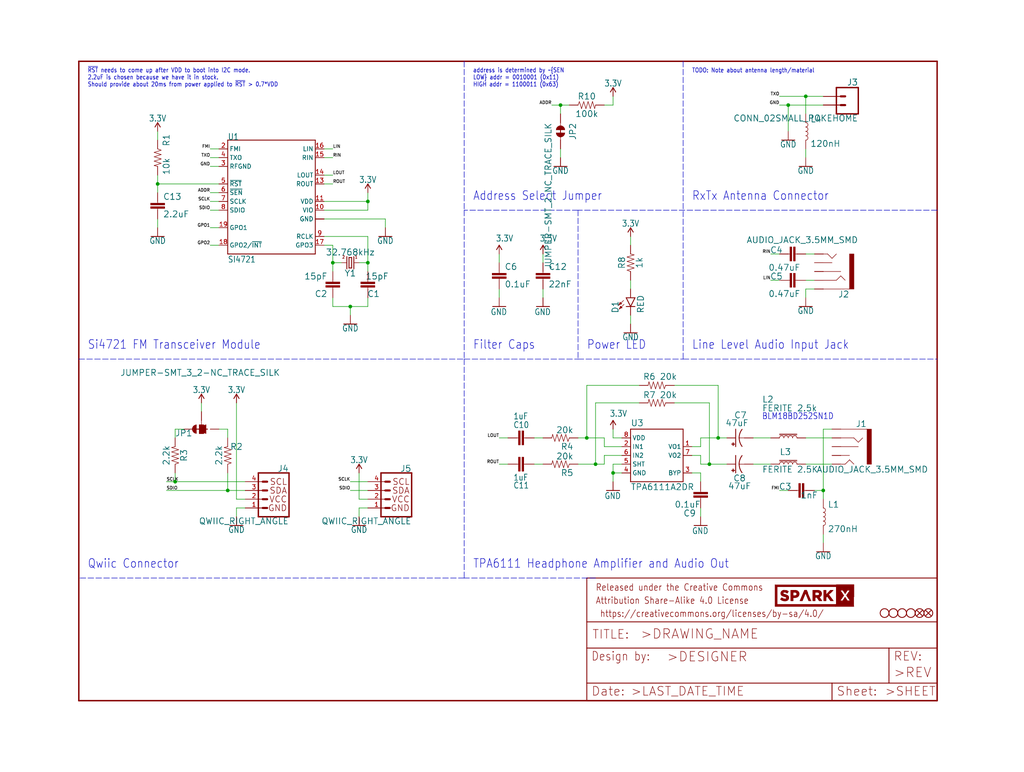
<source format=kicad_sch>
(kicad_sch (version 20211123) (generator eeschema)
  (paper "User" 297.002 223.926)
  (lib_symbols
    (symbol "eagleSchem-eagle-import:0.1UF-0603-25V-(+80{slash}-20%)"
      (property "Reference" "C" (at 1.524 2.921 0))
      (property "Value" "0.1UF-0603-25V-(+80{slash}-20%)" (at 1.524 -2.159 0))
      (symbol "0.1UF-0603-25V-(+80{slash}-20%)_1_0"
        (pin passive line (at 0 5.08 270) (length 2.54) (name "1") (number "1"))
        (pin passive line (at 0 -2.54 90) (length 2.54) (name "2") (number "2"))
      )
    )
    (symbol "eagleSchem-eagle-import:1.0NF{slash}1000PF-0603-50V-10%"
      (property "Reference" "C" (at 1.524 2.921 0))
      (property "Value" "1.0NF{slash}1000PF-0603-50V-10%" (at 1.524 -2.159 0))
      (symbol "1.0NF{slash}1000PF-0603-50V-10%_1_0"
        (pin passive line (at 0 5.08 270) (length 2.54) (name "1") (number "1"))
        (pin passive line (at 0 -2.54 90) (length 2.54) (name "2") (number "2"))
      )
    )
    (symbol "eagleSchem-eagle-import:1.0UF-16V-10%(0603)"
      (property "Reference" "C" (at 1.524 2.921 0))
      (property "Value" "1.0UF-16V-10%(0603)" (at 1.524 -2.159 0))
      (symbol "1.0UF-16V-10%(0603)_1_0"
        (pin passive line (at 0 5.08 270) (length 2.54) (name "1") (number "1"))
        (pin passive line (at 0 -2.54 90) (length 2.54) (name "2") (number "2"))
      )
    )
    (symbol "eagleSchem-eagle-import:100KOHM-0603-1{slash}10W-1%"
      (property "Reference" "R" (at 0 1.524 0))
      (property "Value" "100KOHM-0603-1{slash}10W-1%" (at 0 -1.524 0))
      (symbol "100KOHM-0603-1{slash}10W-1%_1_0"
        (pin passive line (at -5.08 0 0) (length 2.54) (name "1") (number "1"))
        (pin passive line (at 5.08 0 180) (length 2.54) (name "2") (number "2"))
      )
    )
    (symbol "eagleSchem-eagle-import:10KOHM-0603-1{slash}10W-1%"
      (property "Reference" "R" (at 0 1.524 0))
      (property "Value" "10KOHM-0603-1{slash}10W-1%" (at 0 -1.524 0))
      (symbol "10KOHM-0603-1{slash}10W-1%_1_0"
        (pin passive line (at -5.08 0 0) (length 2.54) (name "1") (number "1"))
        (pin passive line (at 5.08 0 180) (length 2.54) (name "2") (number "2"))
      )
    )
    (symbol "eagleSchem-eagle-import:15PF-0603-50V-5%"
      (property "Reference" "C" (at 1.524 2.921 0))
      (property "Value" "15PF-0603-50V-5%" (at 1.524 -2.159 0))
      (symbol "15PF-0603-50V-5%_1_0"
        (pin passive line (at 0 5.08 270) (length 2.54) (name "1") (number "1"))
        (pin passive line (at 0 -2.54 90) (length 2.54) (name "2") (number "2"))
      )
    )
    (symbol "eagleSchem-eagle-import:1KOHM-0603-1{slash}10W-1%"
      (property "Reference" "R" (at 0 1.524 0))
      (property "Value" "1KOHM-0603-1{slash}10W-1%" (at 0 -1.524 0))
      (symbol "1KOHM-0603-1{slash}10W-1%_1_0"
        (pin passive line (at -5.08 0 0) (length 2.54) (name "1") (number "1"))
        (pin passive line (at 5.08 0 180) (length 2.54) (name "2") (number "2"))
      )
    )
    (symbol "eagleSchem-eagle-import:2.2KOHM-0603-1{slash}10W-1%"
      (property "Reference" "R" (at 0 1.524 0))
      (property "Value" "2.2KOHM-0603-1{slash}10W-1%" (at 0 -1.524 0))
      (symbol "2.2KOHM-0603-1{slash}10W-1%_1_0"
        (pin passive line (at -5.08 0 0) (length 2.54) (name "1") (number "1"))
        (pin passive line (at 5.08 0 180) (length 2.54) (name "2") (number "2"))
      )
    )
    (symbol "eagleSchem-eagle-import:2.2UF-0603-10V-20%"
      (property "Reference" "C" (at 1.524 2.921 0))
      (property "Value" "2.2UF-0603-10V-20%" (at 1.524 -2.159 0))
      (symbol "2.2UF-0603-10V-20%_1_0"
        (pin passive line (at 0 5.08 270) (length 2.54) (name "1") (number "1"))
        (pin passive line (at 0 -2.54 90) (length 2.54) (name "2") (number "2"))
      )
    )
    (symbol "eagleSchem-eagle-import:20KOHM-0603-1{slash}10W-5%"
      (property "Reference" "R" (at 0 1.524 0))
      (property "Value" "20KOHM-0603-1{slash}10W-5%" (at 0 -1.524 0))
      (symbol "20KOHM-0603-1{slash}10W-5%_1_0"
        (pin passive line (at -5.08 0 0) (length 2.54) (name "1") (number "1"))
        (pin passive line (at 5.08 0 180) (length 2.54) (name "2") (number "2"))
      )
    )
    (symbol "eagleSchem-eagle-import:22NF{slash}22,000PF-0603-50V-10%"
      (property "Reference" "C" (at 1.524 2.921 0))
      (property "Value" "22NF{slash}22,000PF-0603-50V-10%" (at 1.524 -2.159 0))
      (symbol "22NF{slash}22,000PF-0603-50V-10%_1_0"
        (pin passive line (at 0 5.08 270) (length 2.54) (name "1") (number "1"))
        (pin passive line (at 0 -2.54 90) (length 2.54) (name "2") (number "2"))
      )
    )
    (symbol "eagleSchem-eagle-import:3.3V" (power)
      (property "Value" "3.3V" (at 0 2.794 0))
      (symbol "3.3V_1_0"
        (pin power_in line (at 0 0 90) (length 2.54) (name "3.3V") (number "1"))
      )
    )
    (symbol "eagleSchem-eagle-import:47UF-POLAR-EIA3528-10V-10%"
      (property "Reference" "C" (at 1.016 0.635 0))
      (property "Value" "47UF-POLAR-EIA3528-10V-10%" (at 1.016 -4.191 0))
      (symbol "47UF-POLAR-EIA3528-10V-10%_1_0"
        (pin passive line (at 0 2.54 270) (length 2.54) (name "+") (number "A"))
        (pin passive line (at 0 -5.08 90) (length 2.54) (name "-") (number "C"))
      )
    )
    (symbol "eagleSchem-eagle-import:AUDIO_JACK_3.5MM_SMD"
      (property "Reference" "J" (at -5.08 5.588 0))
      (property "Value" "AUDIO_JACK_3.5MM_SMD" (at -5.08 -7.62 0))
      (symbol "AUDIO_JACK_3.5MM_SMD_1_0"
        (pin bidirectional line (at 5.08 2.54 180) (length 2.54) (name "RING") (number "RING"))
        (pin bidirectional line (at 5.08 0 180) (length 2.54) (name "RSH") (number "RSH"))
        (pin bidirectional line (at 5.08 5.08 180) (length 2.54) (name "SLEEVE") (number "SLEEVE"))
        (pin bidirectional line (at 5.08 -5.08 180) (length 2.54) (name "TIP") (number "TIP"))
        (pin bidirectional line (at 5.08 -2.54 180) (length 2.54) (name "TSH") (number "TSH"))
      )
    )
    (symbol "eagleSchem-eagle-import:CAP-0603"
      (property "Reference" "C" (at 1.524 2.921 0))
      (property "Value" "CAP-0603" (at 1.524 -2.159 0))
      (symbol "CAP-0603_1_0"
        (pin passive line (at 0 5.08 270) (length 2.54) (name "1") (number "1"))
        (pin passive line (at 0 -2.54 90) (length 2.54) (name "2") (number "2"))
      )
    )
    (symbol "eagleSchem-eagle-import:CONN_02SMALL_POKEHOME"
      (property "Reference" "J" (at -2.54 5.588 0))
      (property "Value" "CONN_02SMALL_POKEHOME" (at -2.54 -4.826 0))
      (symbol "CONN_02SMALL_POKEHOME_1_0"
        (pin passive line (at 7.62 0 180) (length 5.08) (name "1") (number "P1"))
        (pin passive line (at 7.62 2.54 180) (length 5.08) (name "2") (number "P2"))
        (pin passive line (at 7.62 0 180) (length 5.08) (name "1") (number "P3"))
        (pin passive line (at 7.62 2.54 180) (length 5.08) (name "2") (number "P4"))
      )
    )
    (symbol "eagleSchem-eagle-import:CRYSTAL-32.768KHZSMD-3.2X1.5"
      (property "Reference" "Y" (at 0 2.032 0))
      (property "Value" "CRYSTAL-32.768KHZSMD-3.2X1.5" (at 0 -2.032 0))
      (symbol "CRYSTAL-32.768KHZSMD-3.2X1.5_1_0"
        (text "1" (at -2.159 -1.143 0) (effects (font (size 0.8636 0.734)) (justify left bottom)))
        (text "2" (at 1.524 -1.143 0) (effects (font (size 0.8636 0.734)) (justify left bottom)))
        (pin passive line (at -2.54 0 0) (length 0) (name "1") (number "P$1"))
        (pin passive line (at 2.54 0 180) (length 0) (name "2") (number "P$2"))
      )
    )
    (symbol "eagleSchem-eagle-import:FERRITE_BEAD-0603"
      (property "Reference" "FB" (at 1.27 2.54 0))
      (property "Value" "FERRITE_BEAD-0603" (at 1.27 -2.54 0))
      (symbol "FERRITE_BEAD-0603_1_0"
        (pin passive line (at 0 5.08 270) (length 2.54) (name "1") (number "1"))
        (pin passive line (at 0 -5.08 90) (length 2.54) (name "2") (number "2"))
      )
    )
    (symbol "eagleSchem-eagle-import:FIDUCIAL0.2MM")
    (symbol "eagleSchem-eagle-import:FRAME-LETTER"
      (symbol "FRAME-LETTER_2_0"
        (text " https://creativecommons.org/licenses/by-sa/4.0/" (at 2.54 24.13 0) (effects (font (size 1.9304 1.6408)) (justify left bottom)))
        (text ">DESIGNER" (at 23.114 11.176 0) (effects (font (size 2.7432 2.7432)) (justify left bottom)))
        (text ">DRAWING_NAME" (at 15.494 17.78 0) (effects (font (size 2.7432 2.7432)) (justify left bottom)))
        (text ">LAST_DATE_TIME" (at 12.7 1.27 0) (effects (font (size 2.54 2.54)) (justify left bottom)))
        (text ">REV" (at 88.9 6.604 0) (effects (font (size 2.7432 2.7432)) (justify left bottom)))
        (text ">SHEET" (at 86.36 1.27 0) (effects (font (size 2.54 2.54)) (justify left bottom)))
        (text "Attribution Share-Alike 4.0 License" (at 2.54 27.94 0) (effects (font (size 1.9304 1.6408)) (justify left bottom)))
        (text "Date:" (at 1.27 1.27 0) (effects (font (size 2.54 2.54)) (justify left bottom)))
        (text "Design by:" (at 1.27 11.43 0) (effects (font (size 2.54 2.159)) (justify left bottom)))
        (text "Released under the Creative Commons" (at 2.54 31.75 0) (effects (font (size 1.9304 1.6408)) (justify left bottom)))
        (text "REV:" (at 88.9 11.43 0) (effects (font (size 2.54 2.54)) (justify left bottom)))
        (text "Sheet:" (at 72.39 1.27 0) (effects (font (size 2.54 2.54)) (justify left bottom)))
        (text "TITLE:" (at 1.524 17.78 0) (effects (font (size 2.54 2.54)) (justify left bottom)))
      )
    )
    (symbol "eagleSchem-eagle-import:GND" (power)
      (property "Value" "GND" (at 0 -0.254 0))
      (symbol "GND_1_0"
        (pin power_in line (at 0 2.54 270) (length 2.54) (name "GND") (number "1"))
      )
    )
    (symbol "eagleSchem-eagle-import:INDUCTOR-0603-15NH"
      (property "Reference" "L" (at 1.27 2.54 0))
      (property "Value" "INDUCTOR-0603-15NH" (at 1.27 -2.54 0))
      (symbol "INDUCTOR-0603-15NH_1_0"
        (pin passive line (at 0 5.08 270) (length 2.54) (name "1") (number "1"))
        (pin passive line (at 0 -5.08 90) (length 2.54) (name "2") (number "2"))
      )
    )
    (symbol "eagleSchem-eagle-import:JUMPER-SMT_2_NC_TRACE_SILK"
      (property "Reference" "JP" (at -2.54 2.54 0))
      (property "Value" "JUMPER-SMT_2_NC_TRACE_SILK" (at -2.54 -2.54 0))
      (symbol "JUMPER-SMT_2_NC_TRACE_SILK_1_0"
        (pin passive line (at -5.08 0 0) (length 2.54) (name "1") (number "1"))
        (pin passive line (at 5.08 0 180) (length 2.54) (name "2") (number "2"))
      )
    )
    (symbol "eagleSchem-eagle-import:JUMPER-SMT_3_2-NC_TRACE_SILK"
      (property "Reference" "JP" (at 2.54 0.381 0))
      (property "Value" "JUMPER-SMT_3_2-NC_TRACE_SILK" (at 2.54 -0.381 0))
      (symbol "JUMPER-SMT_3_2-NC_TRACE_SILK_1_0"
        (pin passive line (at 0 5.08 270) (length 2.54) (name "1") (number "1"))
        (pin passive line (at -5.08 0 0) (length 2.54) (name "2") (number "2"))
        (pin passive line (at 0 -5.08 90) (length 2.54) (name "3") (number "3"))
      )
    )
    (symbol "eagleSchem-eagle-import:LED-RED0603"
      (property "Reference" "D" (at -3.429 -4.572 90))
      (property "Value" "LED-RED0603" (at 1.905 -4.572 90))
      (symbol "LED-RED0603_1_0"
        (pin passive line (at 0 2.54 270) (length 2.54) (name "A") (number "A"))
        (pin passive line (at 0 -5.08 90) (length 2.54) (name "C") (number "C"))
      )
    )
    (symbol "eagleSchem-eagle-import:QWIIC_CONNECTORJS-1MM"
      (property "Reference" "J" (at -5.08 7.874 0))
      (property "Value" "QWIIC_CONNECTORJS-1MM" (at -5.08 -5.334 0))
      (symbol "QWIIC_CONNECTORJS-1MM_1_0"
        (text "GND" (at -4.572 -2.54 0) (effects (font (size 1.778 1.778)) (justify left)))
        (text "SCL" (at -4.572 5.08 0) (effects (font (size 1.778 1.778)) (justify left)))
        (text "SDA" (at -4.572 2.54 0) (effects (font (size 1.778 1.778)) (justify left)))
        (text "VCC" (at -4.572 0 0) (effects (font (size 1.778 1.778)) (justify left)))
        (pin power_in line (at 7.62 -2.54 180) (length 5.08) (name "1") (number "1"))
        (pin power_in line (at 7.62 0 180) (length 5.08) (name "2") (number "2"))
        (pin passive line (at 7.62 2.54 180) (length 5.08) (name "3") (number "3"))
        (pin passive line (at 7.62 5.08 180) (length 5.08) (name "4") (number "4"))
      )
    )
    (symbol "eagleSchem-eagle-import:SI4721"
      (property "Value" "SI4721" (at -12.7 -20.32 0))
      (symbol "SI4721_1_0"
        (pin power_in line (at 15.24 -5.08 180) (length 2.54) (name "VIO") (number "10"))
        (pin power_in line (at 15.24 -2.54 180) (length 2.54) (name "VDD") (number "11"))
        (pin power_in line (at 15.24 -7.62 180) (length 2.54) (name "GND") (number "12"))
        (pin output line (at 15.24 2.54 180) (length 2.54) (name "ROUT") (number "13"))
        (pin output line (at 15.24 5.08 180) (length 2.54) (name "LOUT") (number "14"))
        (pin input line (at 15.24 10.16 180) (length 2.54) (name "RIN") (number "15"))
        (pin input line (at 15.24 12.7 180) (length 2.54) (name "LIN") (number "16"))
        (pin output line (at 15.24 -15.24 180) (length 2.54) (name "GPO3") (number "17"))
        (pin output line (at -15.24 -15.24 0) (length 2.54) (name "GPO2/~{INT}") (number "18"))
        (pin output line (at -15.24 -10.16 0) (length 2.54) (name "GPO1") (number "19"))
        (pin input line (at -15.24 12.7 0) (length 2.54) (name "FMI") (number "2"))
        (pin power_in line (at 15.24 -7.62 180) (length 2.54) (name "GND") (number "21"))
        (pin power_in line (at -15.24 7.62 0) (length 2.54) (name "RFGND") (number "3"))
        (pin bidirectional line (at -15.24 10.16 0) (length 2.54) (name "TXO") (number "4"))
        (pin input line (at -15.24 2.54 0) (length 2.54) (name "~{RST}") (number "5"))
        (pin input line (at -15.24 0 0) (length 2.54) (name "~{SEN}") (number "6"))
        (pin input line (at -15.24 -2.54 0) (length 2.54) (name "SCLK") (number "7"))
        (pin bidirectional line (at -15.24 -5.08 0) (length 2.54) (name "SDIO") (number "8"))
        (pin input line (at 15.24 -12.7 180) (length 2.54) (name "RCLK") (number "9"))
      )
    )
    (symbol "eagleSchem-eagle-import:SPARKX-LOGO4")
    (symbol "eagleSchem-eagle-import:STAND-OFF")
    (symbol "eagleSchem-eagle-import:TPA6111SMD-T"
      (property "Reference" "U" (at -7.62 5.842 0))
      (property "Value" "TPA6111SMD-T" (at -7.62 -12.7 0))
      (symbol "TPA6111SMD-T_1_0"
        (pin bidirectional line (at 10.16 0 180) (length 2.54) (name "VO1") (number "1"))
        (pin bidirectional line (at -10.16 0 0) (length 2.54) (name "IN1") (number "2"))
        (pin bidirectional line (at 10.16 -7.62 180) (length 2.54) (name "BYP") (number "3"))
        (pin bidirectional line (at -10.16 -7.62 0) (length 2.54) (name "GND") (number "4"))
        (pin bidirectional line (at -10.16 -5.08 0) (length 2.54) (name "SHT") (number "5"))
        (pin bidirectional line (at -10.16 -2.54 0) (length 2.54) (name "IN2") (number "6"))
        (pin bidirectional line (at 10.16 -2.54 180) (length 2.54) (name "VO2") (number "7"))
        (pin bidirectional line (at -10.16 2.54 0) (length 2.54) (name "VDD") (number "8"))
      )
    )
  )
  (junction (at 228.6 30.48))
  (junction (at 177.8 137.16))
  (junction (at 66.04 142.24))
  (junction (at 50.8 139.7))
  (junction (at 233.68 27.94))
  (junction (at 106.68 76.2))
  (junction (at 170.18 127))
  (junction (at 162.56 30.48))
  (junction (at 172.72 134.62))
  (junction (at 238.76 142.24))
  (junction (at 106.68 58.42))
  (junction (at 96.52 76.2))
  (junction (at 208.28 127))
  (junction (at 205.74 134.62))
  (junction (at 101.6 88.9))
  (junction (at 45.72 53.34))
  (wire (pts (xy 50.8 124.46) (xy 50.8 127)))
  (wire (pts (xy 106.68 142.24) (xy 101.6 142.24)))
  (wire (pts (xy 93.98 53.34) (xy 96.52 53.34)))
  (wire (pts (xy 154.94 134.62) (xy 157.48 134.62)))
  (wire (pts (xy 68.58 147.32) (xy 68.58 149.86)))
  (wire (pts (xy 203.2 127) (xy 208.28 127)))
  (wire (pts (xy 228.6 30.48) (xy 238.76 30.48)))
  (wire (pts (xy 172.72 116.84) (xy 172.72 134.62)))
  (wire (pts (xy 96.52 88.9) (xy 101.6 88.9)))
  (wire (pts (xy 203.2 134.62) (xy 205.74 134.62)))
  (wire (pts (xy 63.5 43.18) (xy 60.96 43.18)))
  (polyline (pts (xy 198.12 104.14) (xy 271.78 104.14)))
  (wire (pts (xy 175.26 132.08) (xy 175.26 134.62)))
  (polyline (pts (xy 198.12 17.78) (xy 198.12 104.14)))
  (wire (pts (xy 99.06 76.2) (xy 96.52 76.2)))
  (wire (pts (xy 195.58 111.76) (xy 208.28 111.76)))
  (wire (pts (xy 93.98 63.5) (xy 111.76 63.5)))
  (wire (pts (xy 233.68 127) (xy 241.3 127)))
  (wire (pts (xy 177.8 30.48) (xy 177.8 27.94)))
  (wire (pts (xy 236.22 81.28) (xy 233.68 81.28)))
  (wire (pts (xy 101.6 88.9) (xy 106.68 88.9)))
  (wire (pts (xy 236.22 142.24) (xy 238.76 142.24)))
  (wire (pts (xy 238.76 124.46) (xy 238.76 142.24)))
  (wire (pts (xy 175.26 134.62) (xy 172.72 134.62)))
  (wire (pts (xy 228.6 142.24) (xy 226.06 142.24)))
  (polyline (pts (xy 134.62 17.78) (xy 134.62 60.96)))
  (wire (pts (xy 205.74 116.84) (xy 205.74 134.62)))
  (wire (pts (xy 106.68 58.42) (xy 106.68 55.88)))
  (wire (pts (xy 50.8 137.16) (xy 50.8 139.7)))
  (wire (pts (xy 180.34 132.08) (xy 175.26 132.08)))
  (wire (pts (xy 233.68 27.94) (xy 226.06 27.94)))
  (wire (pts (xy 177.8 134.62) (xy 177.8 137.16)))
  (wire (pts (xy 96.52 86.36) (xy 96.52 88.9)))
  (wire (pts (xy 66.04 137.16) (xy 66.04 142.24)))
  (wire (pts (xy 218.44 134.62) (xy 223.52 134.62)))
  (polyline (pts (xy 167.64 60.96) (xy 134.62 60.96)))
  (wire (pts (xy 200.66 129.54) (xy 203.2 129.54)))
  (wire (pts (xy 233.68 27.94) (xy 233.68 33.02)))
  (wire (pts (xy 144.78 86.36) (xy 144.78 83.82)))
  (wire (pts (xy 175.26 30.48) (xy 177.8 30.48)))
  (wire (pts (xy 236.22 83.82) (xy 233.68 83.82)))
  (wire (pts (xy 66.04 127) (xy 66.04 124.46)))
  (wire (pts (xy 144.78 134.62) (xy 147.32 134.62)))
  (wire (pts (xy 226.06 73.66) (xy 223.52 73.66)))
  (wire (pts (xy 233.68 27.94) (xy 238.76 27.94)))
  (wire (pts (xy 63.5 58.42) (xy 60.96 58.42)))
  (wire (pts (xy 104.14 76.2) (xy 106.68 76.2)))
  (wire (pts (xy 63.5 48.26) (xy 60.96 48.26)))
  (wire (pts (xy 241.3 124.46) (xy 238.76 124.46)))
  (wire (pts (xy 228.6 38.1) (xy 228.6 30.48)))
  (wire (pts (xy 63.5 60.96) (xy 60.96 60.96)))
  (wire (pts (xy 238.76 142.24) (xy 238.76 144.78)))
  (wire (pts (xy 68.58 144.78) (xy 68.58 116.84)))
  (wire (pts (xy 182.88 83.82) (xy 182.88 81.28)))
  (wire (pts (xy 106.68 144.78) (xy 104.14 144.78)))
  (wire (pts (xy 106.68 60.96) (xy 106.68 58.42)))
  (wire (pts (xy 208.28 111.76) (xy 208.28 127)))
  (wire (pts (xy 66.04 142.24) (xy 48.26 142.24)))
  (wire (pts (xy 205.74 134.62) (xy 210.82 134.62)))
  (wire (pts (xy 175.26 129.54) (xy 175.26 127)))
  (wire (pts (xy 200.66 132.08) (xy 203.2 132.08)))
  (wire (pts (xy 185.42 111.76) (xy 170.18 111.76)))
  (wire (pts (xy 93.98 50.8) (xy 96.52 50.8)))
  (wire (pts (xy 106.68 76.2) (xy 106.68 78.74)))
  (wire (pts (xy 63.5 55.88) (xy 60.96 55.88)))
  (wire (pts (xy 223.52 127) (xy 218.44 127)))
  (wire (pts (xy 172.72 134.62) (xy 167.64 134.62)))
  (wire (pts (xy 71.12 144.78) (xy 68.58 144.78)))
  (wire (pts (xy 96.52 71.12) (xy 96.52 76.2)))
  (wire (pts (xy 203.2 132.08) (xy 203.2 134.62)))
  (wire (pts (xy 157.48 73.66) (xy 157.48 76.2)))
  (wire (pts (xy 66.04 124.46) (xy 63.5 124.46)))
  (wire (pts (xy 185.42 116.84) (xy 172.72 116.84)))
  (wire (pts (xy 195.58 116.84) (xy 205.74 116.84)))
  (wire (pts (xy 53.34 124.46) (xy 50.8 124.46)))
  (wire (pts (xy 111.76 63.5) (xy 111.76 66.04)))
  (wire (pts (xy 63.5 66.04) (xy 60.96 66.04)))
  (wire (pts (xy 208.28 127) (xy 210.82 127)))
  (wire (pts (xy 180.34 134.62) (xy 177.8 134.62)))
  (wire (pts (xy 63.5 45.72) (xy 60.96 45.72)))
  (wire (pts (xy 241.3 134.62) (xy 233.68 134.62)))
  (polyline (pts (xy 271.78 60.96) (xy 167.64 60.96)))
  (wire (pts (xy 101.6 91.44) (xy 101.6 88.9)))
  (wire (pts (xy 106.68 147.32) (xy 104.14 147.32)))
  (wire (pts (xy 162.56 30.48) (xy 160.02 30.48)))
  (wire (pts (xy 93.98 43.18) (xy 96.52 43.18)))
  (wire (pts (xy 104.14 147.32) (xy 104.14 149.86)))
  (wire (pts (xy 50.8 139.7) (xy 48.26 139.7)))
  (wire (pts (xy 180.34 129.54) (xy 175.26 129.54)))
  (wire (pts (xy 203.2 129.54) (xy 203.2 127)))
  (wire (pts (xy 106.68 88.9) (xy 106.68 86.36)))
  (wire (pts (xy 71.12 142.24) (xy 66.04 142.24)))
  (wire (pts (xy 203.2 149.86) (xy 203.2 147.32)))
  (wire (pts (xy 236.22 73.66) (xy 233.68 73.66)))
  (wire (pts (xy 180.34 137.16) (xy 177.8 137.16)))
  (wire (pts (xy 162.56 30.48) (xy 165.1 30.48)))
  (wire (pts (xy 93.98 71.12) (xy 96.52 71.12)))
  (wire (pts (xy 106.68 139.7) (xy 101.6 139.7)))
  (wire (pts (xy 170.18 111.76) (xy 170.18 127)))
  (polyline (pts (xy 134.62 60.96) (xy 134.62 104.14)))
  (wire (pts (xy 45.72 63.5) (xy 45.72 66.04)))
  (wire (pts (xy 177.8 137.16) (xy 177.8 139.7)))
  (wire (pts (xy 233.68 83.82) (xy 233.68 86.36)))
  (wire (pts (xy 144.78 73.66) (xy 144.78 76.2)))
  (wire (pts (xy 45.72 50.8) (xy 45.72 53.34)))
  (wire (pts (xy 182.88 91.44) (xy 182.88 93.98)))
  (wire (pts (xy 93.98 68.58) (xy 106.68 68.58)))
  (wire (pts (xy 104.14 144.78) (xy 104.14 137.16)))
  (polyline (pts (xy 134.62 104.14) (xy 167.64 104.14)))
  (wire (pts (xy 162.56 33.02) (xy 162.56 30.48)))
  (wire (pts (xy 157.48 86.36) (xy 157.48 83.82)))
  (wire (pts (xy 238.76 154.94) (xy 238.76 157.48)))
  (wire (pts (xy 58.42 119.38) (xy 58.42 116.84)))
  (polyline (pts (xy 134.62 167.64) (xy 22.86 167.64)))
  (wire (pts (xy 45.72 53.34) (xy 63.5 53.34)))
  (wire (pts (xy 45.72 53.34) (xy 45.72 55.88)))
  (wire (pts (xy 233.68 43.18) (xy 233.68 45.72)))
  (polyline (pts (xy 134.62 104.14) (xy 134.62 167.64)))
  (wire (pts (xy 162.56 45.72) (xy 162.56 43.18)))
  (wire (pts (xy 93.98 45.72) (xy 96.52 45.72)))
  (wire (pts (xy 93.98 58.42) (xy 106.68 58.42)))
  (wire (pts (xy 177.8 127) (xy 177.8 124.46)))
  (wire (pts (xy 63.5 71.12) (xy 60.96 71.12)))
  (wire (pts (xy 200.66 137.16) (xy 203.2 137.16)))
  (polyline (pts (xy 22.86 104.14) (xy 134.62 104.14)))
  (wire (pts (xy 71.12 147.32) (xy 68.58 147.32)))
  (wire (pts (xy 45.72 40.64) (xy 45.72 38.1)))
  (wire (pts (xy 170.18 127) (xy 167.64 127)))
  (wire (pts (xy 154.94 127) (xy 157.48 127)))
  (wire (pts (xy 226.06 81.28) (xy 223.52 81.28)))
  (wire (pts (xy 96.52 76.2) (xy 96.52 78.74)))
  (wire (pts (xy 180.34 127) (xy 177.8 127)))
  (wire (pts (xy 93.98 60.96) (xy 106.68 60.96)))
  (wire (pts (xy 144.78 127) (xy 147.32 127)))
  (wire (pts (xy 71.12 139.7) (xy 50.8 139.7)))
  (polyline (pts (xy 172.72 167.64) (xy 134.62 167.64)))
  (wire (pts (xy 226.06 30.48) (xy 228.6 30.48)))
  (wire (pts (xy 203.2 137.16) (xy 203.2 139.7)))
  (wire (pts (xy 106.68 68.58) (xy 106.68 76.2)))
  (polyline (pts (xy 167.64 104.14) (xy 198.12 104.14)))
  (wire (pts (xy 175.26 127) (xy 170.18 127)))
  (polyline (pts (xy 167.64 60.96) (xy 167.64 104.14)))
  (wire (pts (xy 182.88 68.58) (xy 182.88 71.12)))
  (text "address is determined by ~{SEN\nLOW} addr = 0010001 (0x11)\nHIGH addr = 1100011 (0x63)" (at 137.16 25.4 0) (effects (font (size 1.27 1.0795)) (justify left bottom)))
  (text "Power LED" (at 170.18 101.6 180) (effects (font (size 2.54 2.159)) (justify left bottom)))
  (text "RxTx Antenna Connector" (at 200.66 58.42 180) (effects (font (size 2.54 2.159)) (justify left bottom)))
  (text "~{RST} needs to come up after VDD to boot into I2C mode.\n2.2uF is chosen because we have it in stock.\nShould provide about 20ms from power applied to ~{RST} > 0.7*VDD" (at 25.4 25.4 0) (effects (font (size 1.27 1.0795)) (justify left bottom)))
  (text "Line Level Audio Input Jack" (at 200.66 101.6 180) (effects (font (size 2.54 2.159)) (justify left bottom)))
  (text "Filter Caps" (at 137.16 101.6 180) (effects (font (size 2.54 2.159)) (justify left bottom)))
  (text "TODO: Note about antenna length/material" (at 200.66 21.336 180) (effects (font (size 1.27 1.0795)) (justify left bottom)))
  (text "Address Select Jumper" (at 137.16 58.42 180) (effects (font (size 2.54 2.159)) (justify left bottom)))
  (text "Si4721 FM Transceiver Module" (at 25.4 101.6 180) (effects (font (size 2.54 2.159)) (justify left bottom)))
  (text "BLM18BD252SN1D" (at 220.98 121.92 180) (effects (font (size 1.778 1.5113)) (justify left bottom)))
  (text "TPA6111 Headphone Amplifier and Audio Out" (at 137.16 165.1 180) (effects (font (size 2.54 2.159)) (justify left bottom)))
  (text "Qwiic Connector" (at 25.4 165.1 180) (effects (font (size 2.54 2.159)) (justify left bottom)))
  (label "RIN" (at 96.52 45.72 0) (effects (font (size 0.889 0.889))))
  (label "TXO" (at 226.06 27.94 180) (effects (font (size 0.889 0.889))))
  (label "LOUT" (at 144.78 127 180) (effects (font (size 0.889 0.889))))
  (label "GPO1" (at 60.96 66.04 180) (effects (font (size 0.889 0.889))))
  (label "TXO" (at 60.96 45.72 180) (effects (font (size 0.889 0.889))))
  (label "ROUT" (at 144.78 134.62 180) (effects (font (size 0.889 0.889))))
  (label "SCLK" (at 60.96 58.42 180) (effects (font (size 0.889 0.889))))
  (label "SDIO" (at 101.6 142.24 180) (effects (font (size 0.889 0.889))))
  (label "ROUT" (at 96.52 53.34 0) (effects (font (size 0.889 0.889))))
  (label "LIN" (at 96.52 43.18 0) (effects (font (size 0.889 0.889))))
  (label "GND" (at 60.96 48.26 180) (effects (font (size 0.889 0.889))))
  (label "GPO2" (at 60.96 71.12 180) (effects (font (size 0.889 0.889))))
  (label "GND" (at 226.06 30.48 180) (effects (font (size 0.889 0.889))))
  (label "LIN" (at 223.52 81.28 180) (effects (font (size 0.889 0.889))))
  (label "SDIO" (at 48.26 142.24 0) (effects (font (size 0.889 0.889))))
  (label "ADDR" (at 160.02 30.48 180) (effects (font (size 0.889 0.889))))
  (label "FMI" (at 60.96 43.18 180) (effects (font (size 0.889 0.889))))
  (label "SCLK" (at 48.26 139.7 0) (effects (font (size 0.889 0.889))))
  (label "ADDR" (at 60.96 55.88 180) (effects (font (size 0.889 0.889))))
  (label "FMI" (at 226.06 142.24 180) (effects (font (size 0.889 0.889))))
  (label "LOUT" (at 96.52 50.8 0) (effects (font (size 0.889 0.889))))
  (label "RIN" (at 223.52 73.66 180) (effects (font (size 0.889 0.889))))
  (label "SDIO" (at 60.96 60.96 180) (effects (font (size 0.889 0.889))))
  (label "SCLK" (at 101.6 139.7 180) (effects (font (size 0.889 0.889))))
  (symbol (lib_id "eagleSchem-eagle-import:20KOHM-0603-1{slash}10W-5%") (at 162.56 134.62 180) (unit 1)
    (property "Reference" "R5" (at 166.37 136.1186 0) (effects (font (size 1.778 1.778)) (justify left bottom)))
    (property "Value" "20k" (at 166.37 131.318 0) (effects (font (size 1.778 1.778)) (justify left bottom)))
    (property "Footprint" "eagleSchem:0603" (effects hide))
  )
  (symbol (lib_id "eagleSchem-eagle-import:AUDIO_JACK_3.5MM_SMD") (at 241.3 78.74 180) (unit 1)
    (property "Reference" "J2" (at 246.38 84.328 0) (effects (font (size 1.778 1.778)) (justify left bottom)))
    (property "Value" "AUDIO_JACK_3.5MM_SMD" (at 248.92 68.58 0) (effects (font (size 1.778 1.778)) (justify left bottom)))
    (property "Footprint" "eagleSchem:AUDIO-JACK-3.5MM-SMD" (effects hide))
  )
  (symbol (lib_id "eagleSchem-eagle-import:10KOHM-0603-1{slash}10W-1%") (at 45.72 45.72 270) (unit 1)
    (property "Reference" "R1" (at 47.244 40.64 0) (effects (font (size 1.778 1.778)) (justify bottom)))
    (property "Value" "10k" (at 49.276 48.26 0) (effects (font (size 1.778 1.778)) (justify top)))
    (property "Footprint" "eagleSchem:0603" (effects hide))
  )
  (symbol (lib_id "eagleSchem-eagle-import:3.3V") (at 45.72 38.1 0) (unit 1)
    (property "Reference" "#SUPPLY2" (effects hide))
    (property "Value" "3.3V" (at 45.72 35.306 0) (effects (font (size 1.778 1.5113)) (justify bottom)))
    (property "Footprint" "eagleSchem:" (effects hide))
  )
  (symbol (lib_id "eagleSchem-eagle-import:2.2KOHM-0603-1{slash}10W-1%") (at 66.04 132.08 270) (mirror x) (unit 1)
    (property "Reference" "R2" (at 68.58 130.556 90) (effects (font (size 1.778 1.778)) (justify top)))
    (property "Value" "2.2k" (at 64.516 132.08 0) (effects (font (size 1.778 1.778)) (justify top)))
    (property "Footprint" "eagleSchem:0603" (effects hide))
  )
  (symbol (lib_id "eagleSchem-eagle-import:2.2UF-0603-10V-20%") (at 45.72 60.96 0) (unit 1)
    (property "Reference" "C13" (at 47.244 58.039 0) (effects (font (size 1.778 1.778)) (justify left bottom)))
    (property "Value" "2.2uF" (at 47.244 63.119 0) (effects (font (size 1.778 1.778)) (justify left bottom)))
    (property "Footprint" "eagleSchem:0603" (effects hide))
  )
  (symbol (lib_id "eagleSchem-eagle-import:20KOHM-0603-1{slash}10W-5%") (at 190.5 111.76 180) (unit 1)
    (property "Reference" "R6" (at 186.436 110.236 0) (effects (font (size 1.778 1.778)) (justify right top)))
    (property "Value" "20k" (at 191.262 110.236 0) (effects (font (size 1.778 1.778)) (justify right top)))
    (property "Footprint" "eagleSchem:0603" (effects hide))
  )
  (symbol (lib_id "eagleSchem-eagle-import:3.3V") (at 177.8 27.94 0) (unit 1)
    (property "Reference" "#SUPPLY6" (effects hide))
    (property "Value" "3.3V" (at 177.8 25.146 0) (effects (font (size 1.778 1.5113)) (justify bottom)))
    (property "Footprint" "eagleSchem:" (effects hide))
  )
  (symbol (lib_id "eagleSchem-eagle-import:GND") (at 45.72 68.58 0) (unit 1)
    (property "Reference" "#GND15" (effects hide))
    (property "Value" "GND" (at 45.72 68.834 0) (effects (font (size 1.778 1.5113)) (justify top)))
    (property "Footprint" "eagleSchem:" (effects hide))
  )
  (symbol (lib_id "eagleSchem-eagle-import:1.0UF-16V-10%(0603)") (at 152.4 127 90) (unit 1)
    (property "Reference" "C10" (at 148.844 124.206 90) (effects (font (size 1.778 1.5113)) (justify right top)))
    (property "Value" "1uF" (at 148.844 121.666 90) (effects (font (size 1.778 1.5113)) (justify right top)))
    (property "Footprint" "eagleSchem:0603-CAP" (effects hide))
  )
  (symbol (lib_id "eagleSchem-eagle-import:1.0NF{slash}1000PF-0603-50V-10%") (at 233.68 142.24 90) (unit 1)
    (property "Reference" "C3" (at 229.616 140.081 90) (effects (font (size 1.778 1.778)) (justify left bottom)))
    (property "Value" "1nF" (at 237.236 142.621 90) (effects (font (size 1.778 1.778)) (justify left bottom)))
    (property "Footprint" "eagleSchem:0603" (effects hide))
  )
  (symbol (lib_id "eagleSchem-eagle-import:CONN_02SMALL_POKEHOME") (at 246.38 30.48 0) (mirror y) (unit 1)
    (property "Reference" "J3" (at 248.92 24.892 0) (effects (font (size 1.778 1.778)) (justify left bottom)))
    (property "Value" "CONN_02SMALL_POKEHOME" (at 248.92 35.306 0) (effects (font (size 1.778 1.778)) (justify left bottom)))
    (property "Footprint" "eagleSchem:1X02_POKEHOME" (effects hide))
  )
  (symbol (lib_id "eagleSchem-eagle-import:TPA6111SMD-T") (at 190.5 129.54 0) (unit 1)
    (property "Reference" "U3" (at 182.88 123.698 0) (effects (font (size 1.778 1.778)) (justify left bottom)))
    (property "Value" "TPA6111A2DR" (at 182.88 142.24 0) (effects (font (size 1.778 1.778)) (justify left bottom)))
    (property "Footprint" "eagleSchem:SO08" (effects hide))
  )
  (symbol (lib_id "eagleSchem-eagle-import:3.3V") (at 58.42 116.84 0) (mirror y) (unit 1)
    (property "Reference" "#SUPPLY4" (effects hide))
    (property "Value" "3.3V" (at 58.42 114.046 0) (effects (font (size 1.778 1.5113)) (justify bottom)))
    (property "Footprint" "eagleSchem:" (effects hide))
  )
  (symbol (lib_id "eagleSchem-eagle-import:3.3V") (at 144.78 73.66 0) (unit 1)
    (property "Reference" "#P+7" (effects hide))
    (property "Value" "3.3V" (at 143.764 70.104 0) (effects (font (size 1.778 1.5113)) (justify left bottom)))
    (property "Footprint" "eagleSchem:" (effects hide))
  )
  (symbol (lib_id "eagleSchem-eagle-import:FIDUCIAL0.2MM") (at 269.24 177.8 0) (unit 1)
    (property "Reference" "FD2" (effects hide))
    (property "Value" "FIDUCIAL0.2MM" (effects hide))
    (property "Footprint" "eagleSchem:FIDUCIAL-0.2MM" (effects hide))
  )
  (symbol (lib_id "eagleSchem-eagle-import:3.3V") (at 177.8 124.46 0) (unit 1)
    (property "Reference" "#P+9" (effects hide))
    (property "Value" "3.3V" (at 176.784 120.904 0) (effects (font (size 1.778 1.5113)) (justify left bottom)))
    (property "Footprint" "eagleSchem:" (effects hide))
  )
  (symbol (lib_id "eagleSchem-eagle-import:GND") (at 238.76 160.02 0) (unit 1)
    (property "Reference" "#GND3" (effects hide))
    (property "Value" "GND" (at 238.76 160.274 0) (effects (font (size 1.778 1.5113)) (justify top)))
    (property "Footprint" "eagleSchem:" (effects hide))
  )
  (symbol (lib_id "eagleSchem-eagle-import:GND") (at 157.48 88.9 0) (unit 1)
    (property "Reference" "#GND14" (effects hide))
    (property "Value" "GND" (at 154.94 91.44 0) (effects (font (size 1.778 1.5113)) (justify left bottom)))
    (property "Footprint" "eagleSchem:" (effects hide))
  )
  (symbol (lib_id "eagleSchem-eagle-import:GND") (at 111.76 68.58 0) (unit 1)
    (property "Reference" "#GND2" (effects hide))
    (property "Value" "GND" (at 111.76 68.834 0) (effects (font (size 1.778 1.5113)) (justify top)))
    (property "Footprint" "eagleSchem:" (effects hide))
  )
  (symbol (lib_id "eagleSchem-eagle-import:GND") (at 233.68 88.9 0) (unit 1)
    (property "Reference" "#GND5" (effects hide))
    (property "Value" "GND" (at 233.68 89.154 0) (effects (font (size 1.778 1.5113)) (justify top)))
    (property "Footprint" "eagleSchem:" (effects hide))
  )
  (symbol (lib_id "eagleSchem-eagle-import:CAP-0603") (at 231.14 81.28 90) (unit 1)
    (property "Reference" "C5" (at 227.076 79.121 90) (effects (font (size 1.778 1.778)) (justify left bottom)))
    (property "Value" "0.47uF" (at 232.156 84.201 90) (effects (font (size 1.778 1.778)) (justify left bottom)))
    (property "Footprint" "eagleSchem:0603" (effects hide))
  )
  (symbol (lib_id "eagleSchem-eagle-import:47UF-POLAR-EIA3528-10V-10%") (at 213.36 127 90) (unit 1)
    (property "Reference" "C7" (at 212.852 121.412 90) (effects (font (size 1.778 1.778)) (justify right top)))
    (property "Value" "47uF" (at 210.312 123.698 90) (effects (font (size 1.778 1.778)) (justify right top)))
    (property "Footprint" "eagleSchem:EIA3528" (effects hide))
  )
  (symbol (lib_id "eagleSchem-eagle-import:GND") (at 177.8 142.24 0) (unit 1)
    (property "Reference" "#GND7" (effects hide))
    (property "Value" "GND" (at 175.26 144.78 0) (effects (font (size 1.778 1.5113)) (justify left bottom)))
    (property "Footprint" "eagleSchem:" (effects hide))
  )
  (symbol (lib_id "eagleSchem-eagle-import:STAND-OFF") (at 259.08 177.8 0) (unit 1)
    (property "Reference" "H2" (effects hide))
    (property "Value" "STAND-OFF" (effects hide))
    (property "Footprint" "eagleSchem:STAND-OFF" (effects hide))
  )
  (symbol (lib_id "eagleSchem-eagle-import:22NF{slash}22,000PF-0603-50V-10%") (at 157.48 81.28 0) (unit 1)
    (property "Reference" "C12" (at 159.004 78.359 0) (effects (font (size 1.778 1.778)) (justify left bottom)))
    (property "Value" "22nF" (at 159.004 83.439 0) (effects (font (size 1.778 1.778)) (justify left bottom)))
    (property "Footprint" "eagleSchem:0603" (effects hide))
  )
  (symbol (lib_id "eagleSchem-eagle-import:INDUCTOR-0603-15NH") (at 233.68 38.1 0) (unit 1)
    (property "Reference" "L4" (at 234.95 35.56 0) (effects (font (size 1.778 1.778)) (justify left bottom)))
    (property "Value" "120nH" (at 234.95 40.64 0) (effects (font (size 1.778 1.778)) (justify left top)))
    (property "Footprint" "eagleSchem:0603" (effects hide))
  )
  (symbol (lib_id "eagleSchem-eagle-import:LED-RED0603") (at 182.88 86.36 0) (unit 1)
    (property "Reference" "D1" (at 179.451 90.932 90) (effects (font (size 1.778 1.778)) (justify left bottom)))
    (property "Value" "RED" (at 184.785 90.932 90) (effects (font (size 1.778 1.778)) (justify left top)))
    (property "Footprint" "eagleSchem:LED-0603" (effects hide))
  )
  (symbol (lib_id "eagleSchem-eagle-import:1.0UF-16V-10%(0603)") (at 152.4 134.62 90) (unit 1)
    (property "Reference" "C11" (at 148.844 141.732 90) (effects (font (size 1.778 1.5113)) (justify right top)))
    (property "Value" "1uF" (at 148.844 139.446 90) (effects (font (size 1.778 1.5113)) (justify right top)))
    (property "Footprint" "eagleSchem:0603-CAP" (effects hide))
  )
  (symbol (lib_id "eagleSchem-eagle-import:SI4721") (at 78.74 55.88 0) (unit 1)
    (property "Reference" "U1" (at 66.04 40.64 0) (effects (font (size 1.778 1.5113)) (justify left bottom)))
    (property "Value" "SI4721" (at 66.04 76.2 0) (effects (font (size 1.778 1.5113)) (justify left bottom)))
    (property "Footprint" "eagleSchem:QFN-20-3X3MM" (effects hide))
  )
  (symbol (lib_id "eagleSchem-eagle-import:FRAME-LETTER") (at 170.18 203.2 0) (unit 2)
    (property "Reference" "FRAME1" (effects hide))
    (property "Value" "FRAME-LETTER" (effects hide))
    (property "Footprint" "eagleSchem:CREATIVE_COMMONS" (effects hide))
  )
  (symbol (lib_id "eagleSchem-eagle-import:0.1UF-0603-25V-(+80{slash}-20%)") (at 144.78 81.28 0) (unit 1)
    (property "Reference" "C6" (at 146.304 78.359 0) (effects (font (size 1.778 1.778)) (justify left bottom)))
    (property "Value" "0.1uF" (at 146.304 83.439 0) (effects (font (size 1.778 1.778)) (justify left bottom)))
    (property "Footprint" "eagleSchem:0603" (effects hide))
  )
  (symbol (lib_id "eagleSchem-eagle-import:SPARKX-LOGO4") (at 236.22 172.72 0) (unit 1)
    (property "Reference" "U$18" (effects hide))
    (property "Value" "SPARKX-LOGO4" (effects hide))
    (property "Footprint" "eagleSchem:SPARKX-MEDIUM" (effects hide))
  )
  (symbol (lib_id "eagleSchem-eagle-import:47UF-POLAR-EIA3528-10V-10%") (at 213.36 134.62 90) (unit 1)
    (property "Reference" "C8" (at 212.598 139.7 90) (effects (font (size 1.778 1.778)) (justify right top)))
    (property "Value" "47uF" (at 211.074 141.986 90) (effects (font (size 1.778 1.778)) (justify right top)))
    (property "Footprint" "eagleSchem:EIA3528" (effects hide))
  )
  (symbol (lib_id "eagleSchem-eagle-import:GND") (at 68.58 152.4 0) (mirror y) (unit 1)
    (property "Reference" "#GND4" (effects hide))
    (property "Value" "GND" (at 68.58 152.654 0) (effects (font (size 1.778 1.5113)) (justify top)))
    (property "Footprint" "eagleSchem:" (effects hide))
  )
  (symbol (lib_id "eagleSchem-eagle-import:JUMPER-SMT_2_NC_TRACE_SILK") (at 162.56 38.1 270) (unit 1)
    (property "Reference" "JP2" (at 165.1 35.56 0) (effects (font (size 1.778 1.778)) (justify left bottom)))
    (property "Value" "JUMPER-SMT_2_NC_TRACE_SILK" (at 160.02 35.56 0) (effects (font (size 1.778 1.778)) (justify left top)))
    (property "Footprint" "eagleSchem:SMT-JUMPER_2_NC_TRACE_SILK" (effects hide))
  )
  (symbol (lib_id "eagleSchem-eagle-import:0.1UF-0603-25V-(+80{slash}-20%)") (at 203.2 144.78 0) (unit 1)
    (property "Reference" "C9" (at 198.12 149.86 0) (effects (font (size 1.778 1.778)) (justify left bottom)))
    (property "Value" "0.1uF" (at 195.58 147.32 0) (effects (font (size 1.778 1.778)) (justify left bottom)))
    (property "Footprint" "eagleSchem:0603" (effects hide))
  )
  (symbol (lib_id "eagleSchem-eagle-import:FERRITE_BEAD-0603") (at 228.6 134.62 90) (unit 1)
    (property "Reference" "L3" (at 226.06 132.08 90) (effects (font (size 1.778 1.778)) (justify right top)))
    (property "Value" "FERITE 2.5K" (at 220.98 137.16 90) (effects (font (size 1.778 1.778)) (justify right top)))
    (property "Footprint" "eagleSchem:0603" (effects hide))
  )
  (symbol (lib_id "eagleSchem-eagle-import:3.3V") (at 182.88 68.58 0) (unit 1)
    (property "Reference" "#SUPPLY5" (effects hide))
    (property "Value" "3.3V" (at 182.88 65.786 0) (effects (font (size 1.778 1.5113)) (justify bottom)))
    (property "Footprint" "eagleSchem:" (effects hide))
  )
  (symbol (lib_id "eagleSchem-eagle-import:3.3V") (at 68.58 116.84 0) (mirror y) (unit 1)
    (property "Reference" "#SUPPLY3" (effects hide))
    (property "Value" "3.3V" (at 68.58 114.046 0) (effects (font (size 1.778 1.5113)) (justify bottom)))
    (property "Footprint" "eagleSchem:" (effects hide))
  )
  (symbol (lib_id "eagleSchem-eagle-import:20KOHM-0603-1{slash}10W-5%") (at 190.5 116.84 180) (unit 1)
    (property "Reference" "R7" (at 186.436 115.57 0) (effects (font (size 1.778 1.778)) (justify right top)))
    (property "Value" "20k" (at 191.262 115.57 0) (effects (font (size 1.778 1.778)) (justify right top)))
    (property "Footprint" "eagleSchem:0603" (effects hide))
  )
  (symbol (lib_id "eagleSchem-eagle-import:CRYSTAL-32.768KHZSMD-3.2X1.5") (at 101.6 76.2 180) (unit 1)
    (property "Reference" "Y1" (at 101.6 78.232 0) (effects (font (size 1.778 1.778)) (justify bottom)))
    (property "Value" "32.768kHz" (at 101.6 74.168 0) (effects (font (size 1.778 1.778)) (justify top)))
    (property "Footprint" "eagleSchem:CRYSTAL-SMD-3.2X1.5MM" (effects hide))
  )
  (symbol (lib_id "eagleSchem-eagle-import:FERRITE_BEAD-0603") (at 228.6 127 90) (unit 1)
    (property "Reference" "L2" (at 220.98 116.84 90) (effects (font (size 1.778 1.778)) (justify right top)))
    (property "Value" "FERITE 2.5k" (at 220.98 119.38 90) (effects (font (size 1.778 1.778)) (justify right top)))
    (property "Footprint" "eagleSchem:0603" (effects hide))
  )
  (symbol (lib_id "eagleSchem-eagle-import:GND") (at 182.88 96.52 0) (unit 1)
    (property "Reference" "#GND10" (effects hide))
    (property "Value" "GND" (at 182.88 96.774 0) (effects (font (size 1.778 1.5113)) (justify top)))
    (property "Footprint" "eagleSchem:" (effects hide))
  )
  (symbol (lib_id "eagleSchem-eagle-import:GND") (at 228.6 40.64 0) (unit 1)
    (property "Reference" "#GND6" (effects hide))
    (property "Value" "GND" (at 228.6 40.894 0) (effects (font (size 1.778 1.5113)) (justify top)))
    (property "Footprint" "eagleSchem:" (effects hide))
  )
  (symbol (lib_id "eagleSchem-eagle-import:3.3V") (at 157.48 73.66 0) (unit 1)
    (property "Reference" "#P+8" (effects hide))
    (property "Value" "3.3V" (at 156.464 70.104 0) (effects (font (size 1.778 1.5113)) (justify left bottom)))
    (property "Footprint" "eagleSchem:" (effects hide))
  )
  (symbol (lib_id "eagleSchem-eagle-import:INDUCTOR-0603-15NH") (at 238.76 149.86 0) (unit 1)
    (property "Reference" "L1" (at 240.03 147.32 0) (effects (font (size 1.778 1.778)) (justify left bottom)))
    (property "Value" "270nH" (at 240.03 152.4 0) (effects (font (size 1.778 1.778)) (justify left top)))
    (property "Footprint" "eagleSchem:0603" (effects hide))
  )
  (symbol (lib_id "eagleSchem-eagle-import:STAND-OFF") (at 256.54 177.8 0) (unit 1)
    (property "Reference" "H1" (effects hide))
    (property "Value" "STAND-OFF" (effects hide))
    (property "Footprint" "eagleSchem:STAND-OFF" (effects hide))
  )
  (symbol (lib_id "eagleSchem-eagle-import:GND") (at 233.68 48.26 0) (unit 1)
    (property "Reference" "#GND9" (effects hide))
    (property "Value" "GND" (at 233.68 48.514 0) (effects (font (size 1.778 1.5113)) (justify top)))
    (property "Footprint" "eagleSchem:" (effects hide))
  )
  (symbol (lib_id "eagleSchem-eagle-import:1KOHM-0603-1{slash}10W-1%") (at 182.88 76.2 90) (unit 1)
    (property "Reference" "R8" (at 181.356 76.2 0) (effects (font (size 1.778 1.778)) (justify bottom)))
    (property "Value" "1k" (at 184.404 76.2 0) (effects (font (size 1.778 1.778)) (justify top)))
    (property "Footprint" "eagleSchem:0603" (effects hide))
  )
  (symbol (lib_id "eagleSchem-eagle-import:3.3V") (at 106.68 55.88 0) (unit 1)
    (property "Reference" "#SUPPLY1" (effects hide))
    (property "Value" "3.3V" (at 106.68 53.086 0) (effects (font (size 1.778 1.5113)) (justify bottom)))
    (property "Footprint" "eagleSchem:" (effects hide))
  )
  (symbol (lib_id "eagleSchem-eagle-import:2.2KOHM-0603-1{slash}10W-1%") (at 50.8 132.08 270) (mirror x) (unit 1)
    (property "Reference" "R3" (at 52.324 132.08 0) (effects (font (size 1.778 1.778)) (justify bottom)))
    (property "Value" "2.2k" (at 49.276 132.08 0) (effects (font (size 1.778 1.778)) (justify top)))
    (property "Footprint" "eagleSchem:0603" (effects hide))
  )
  (symbol (lib_id "eagleSchem-eagle-import:JUMPER-SMT_3_2-NC_TRACE_SILK") (at 58.42 124.46 90) (mirror x) (unit 1)
    (property "Reference" "JP1" (at 55.88 126.619 90) (effects (font (size 1.778 1.778)) (justify left bottom)))
    (property "Value" "JUMPER-SMT_3_2-NC_TRACE_SILK" (at 81.28 107.061 90) (effects (font (size 1.778 1.778)) (justify left top)))
    (property "Footprint" "eagleSchem:SMT-JUMPER_3_2-NC_TRACE_SILK" (effects hide))
  )
  (symbol (lib_id "eagleSchem-eagle-import:GND") (at 162.56 48.26 0) (unit 1)
    (property "Reference" "#GND11" (effects hide))
    (property "Value" "GND" (at 162.56 48.514 0) (effects (font (size 1.778 1.5113)) (justify top)))
    (property "Footprint" "eagleSchem:" (effects hide))
  )
  (symbol (lib_id "eagleSchem-eagle-import:CAP-0603") (at 231.14 73.66 90) (unit 1)
    (property "Reference" "C4" (at 227.076 71.501 90) (effects (font (size 1.778 1.778)) (justify left bottom)))
    (property "Value" "0.47uF" (at 232.156 76.581 90) (effects (font (size 1.778 1.778)) (justify left bottom)))
    (property "Footprint" "eagleSchem:0603" (effects hide))
  )
  (symbol (lib_id "eagleSchem-eagle-import:20KOHM-0603-1{slash}10W-5%") (at 162.56 127 180) (unit 1)
    (property "Reference" "R4" (at 166.37 128.4986 0) (effects (font (size 1.778 1.778)) (justify left bottom)))
    (property "Value" "20k" (at 166.37 123.698 0) (effects (font (size 1.778 1.778)) (justify left bottom)))
    (property "Footprint" "eagleSchem:0603" (effects hide))
  )
  (symbol (lib_id "eagleSchem-eagle-import:GND") (at 144.78 88.9 0) (unit 1)
    (property "Reference" "#GND13" (effects hide))
    (property "Value" "GND" (at 142.24 91.44 0) (effects (font (size 1.778 1.5113)) (justify left bottom)))
    (property "Footprint" "eagleSchem:" (effects hide))
  )
  (symbol (lib_id "eagleSchem-eagle-import:GND") (at 101.6 93.98 0) (unit 1)
    (property "Reference" "#GND1" (effects hide))
    (property "Value" "GND" (at 101.6 94.234 0) (effects (font (size 1.778 1.5113)) (justify top)))
    (property "Footprint" "eagleSchem:" (effects hide))
  )
  (symbol (lib_id "eagleSchem-eagle-import:STAND-OFF") (at 264.16 177.8 0) (unit 1)
    (property "Reference" "H4" (effects hide))
    (property "Value" "STAND-OFF" (effects hide))
    (property "Footprint" "eagleSchem:STAND-OFF" (effects hide))
  )
  (symbol (lib_id "eagleSchem-eagle-import:GND") (at 104.14 152.4 0) (mirror y) (unit 1)
    (property "Reference" "#GND12" (effects hide))
    (property "Value" "GND" (at 104.14 152.654 0) (effects (font (size 1.778 1.5113)) (justify top)))
    (property "Footprint" "eagleSchem:" (effects hide))
  )
  (symbol (lib_id "eagleSchem-eagle-import:AUDIO_JACK_3.5MM_SMD") (at 246.38 129.54 0) (mirror y) (unit 1)
    (property "Reference" "J1" (at 251.46 123.952 0) (effects (font (size 1.778 1.778)) (justify left bottom)))
    (property "Value" "AUDIO_JACK_3.5MM_SMD" (at 269.24 137.16 0) (effects (font (size 1.778 1.778)) (justify left bottom)))
    (property "Footprint" "eagleSchem:AUDIO-JACK-3.5MM-SMD" (effects hide))
  )
  (symbol (lib_id "eagleSchem-eagle-import:15PF-0603-50V-5%") (at 106.68 81.28 180) (unit 1)
    (property "Reference" "C1" (at 110.236 84.201 0) (effects (font (size 1.778 1.778)) (justify left bottom)))
    (property "Value" "15pF" (at 112.776 79.121 0) (effects (font (size 1.778 1.778)) (justify left bottom)))
    (property "Footprint" "eagleSchem:0603" (effects hide))
  )
  (symbol (lib_id "eagleSchem-eagle-import:QWIIC_CONNECTORJS-1MM") (at 78.74 144.78 0) (mirror y) (unit 1)
    (property "Reference" "J4" (at 83.82 136.906 0) (effects (font (size 1.778 1.778)) (justify left bottom)))
    (property "Value" "QWIIC_RIGHT_ANGLE" (at 83.82 150.114 0) (effects (font (size 1.778 1.778)) (justify left top)))
    (property "Footprint" "eagleSchem:JST04_1MM_RA" (effects hide))
  )
  (symbol (lib_id "eagleSchem-eagle-import:3.3V") (at 104.14 137.16 0) (mirror y) (unit 1)
    (property "Reference" "#SUPPLY7" (effects hide))
    (property "Value" "3.3V" (at 104.14 134.366 0) (effects (font (size 1.778 1.5113)) (justify bottom)))
    (property "Footprint" "eagleSchem:" (effects hide))
  )
  (symbol (lib_id "eagleSchem-eagle-import:FIDUCIAL0.2MM") (at 266.7 177.8 0) (unit 1)
    (property "Reference" "FD1" (effects hide))
    (property "Value" "FIDUCIAL0.2MM" (effects hide))
    (property "Footprint" "eagleSchem:FIDUCIAL-0.2MM" (effects hide))
  )
  (symbol (lib_id "eagleSchem-eagle-import:100KOHM-0603-1{slash}10W-1%") (at 170.18 30.48 0) (unit 1)
    (property "Reference" "R10" (at 170.18 28.956 0) (effects (font (size 1.778 1.778)) (justify bottom)))
    (property "Value" "100k" (at 170.18 32.004 0) (effects (font (size 1.778 1.778)) (justify top)))
    (property "Footprint" "eagleSchem:0603" (effects hide))
  )
  (symbol (lib_id "eagleSchem-eagle-import:GND") (at 203.2 152.4 0) (unit 1)
    (property "Reference" "#GND8" (effects hide))
    (property "Value" "GND" (at 200.66 154.94 0) (effects (font (size 1.778 1.5113)) (justify left bottom)))
    (property "Footprint" "eagleSchem:" (effects hide))
  )
  (symbol (lib_id "eagleSchem-eagle-import:15PF-0603-50V-5%") (at 96.52 81.28 180) (unit 1)
    (property "Reference" "C2" (at 94.996 84.201 0) (effects (font (size 1.778 1.778)) (justify left bottom)))
    (property "Value" "15pF" (at 94.996 79.121 0) (effects (font (size 1.778 1.778)) (justify left bottom)))
    (property "Footprint" "eagleSchem:0603" (effects hide))
  )
  (symbol (lib_id "eagleSchem-eagle-import:QWIIC_CONNECTORJS-1MM") (at 114.3 144.78 0) (mirror y) (unit 1)
    (property "Reference" "J5" (at 119.38 136.906 0) (effects (font (size 1.778 1.778)) (justify left bottom)))
    (property "Value" "QWIIC_RIGHT_ANGLE" (at 119.38 150.114 0) (effects (font (size 1.778 1.778)) (justify left top)))
    (property "Footprint" "eagleSchem:JST04_1MM_RA" (effects hide))
  )
  (symbol (lib_id "eagleSchem-eagle-import:STAND-OFF") (at 261.62 177.8 0) (unit 1)
    (property "Reference" "H3" (effects hide))
    (property "Value" "STAND-OFF" (effects hide))
    (property "Footprint" "eagleSchem:STAND-OFF" (effects hide))
  )
  (symbol (lib_id "eagleSchem-eagle-import:FRAME-LETTER") (at 22.86 203.2 0) (unit 1)
    (property "Reference" "FRAME1" (effects hide))
    (property "Value" "FRAME-LETTER" (effects hide))
    (property "Footprint" "eagleSchem:CREATIVE_COMMONS" (effects hide))
  )
)
</source>
